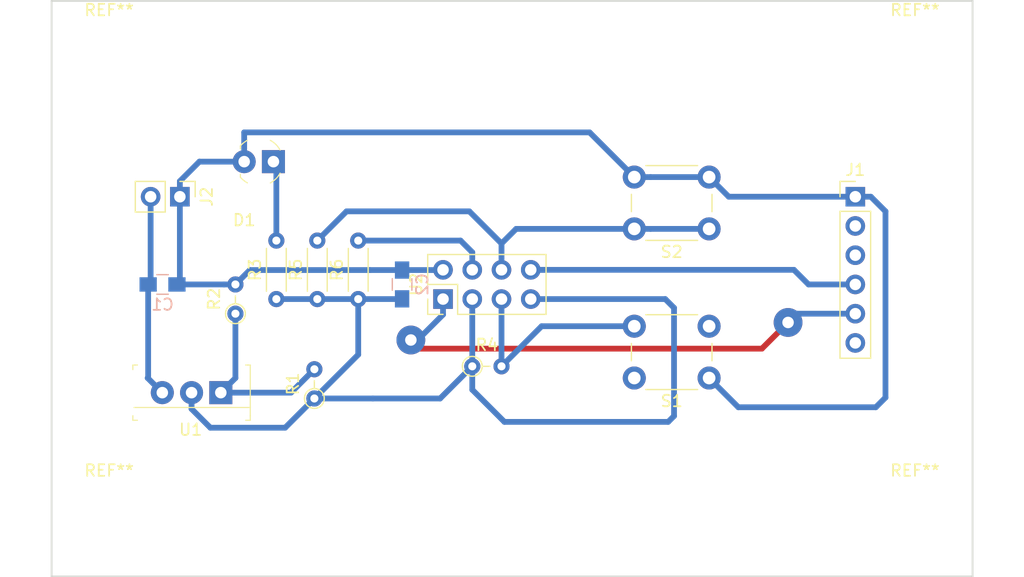
<source format=kicad_pcb>
(kicad_pcb (version 20171130) (host pcbnew "(5.0.0)")

  (general
    (thickness 1.6)
    (drawings 4)
    (tracks 83)
    (zones 0)
    (modules 19)
    (nets 11)
  )

  (page A4)
  (layers
    (0 F.Cu signal)
    (31 B.Cu signal)
    (32 B.Adhes user)
    (33 F.Adhes user)
    (34 B.Paste user)
    (35 F.Paste user)
    (36 B.SilkS user)
    (37 F.SilkS user)
    (38 B.Mask user)
    (39 F.Mask user)
    (40 Dwgs.User user)
    (41 Cmts.User user)
    (42 Eco1.User user)
    (43 Eco2.User user)
    (44 Edge.Cuts user)
    (45 Margin user)
    (46 B.CrtYd user)
    (47 F.CrtYd user)
    (48 B.Fab user)
    (49 F.Fab user)
  )

  (setup
    (last_trace_width 0.5)
    (trace_clearance 0.2)
    (zone_clearance 0.508)
    (zone_45_only no)
    (trace_min 0.2)
    (segment_width 0.2)
    (edge_width 0.15)
    (via_size 2.5)
    (via_drill 1)
    (via_min_size 0.4)
    (via_min_drill 0.3)
    (uvia_size 0.3)
    (uvia_drill 0.1)
    (uvias_allowed no)
    (uvia_min_size 0.2)
    (uvia_min_drill 0.1)
    (pcb_text_width 0.3)
    (pcb_text_size 1.5 1.5)
    (mod_edge_width 0.15)
    (mod_text_size 1 1)
    (mod_text_width 0.15)
    (pad_size 1.524 1.524)
    (pad_drill 0.762)
    (pad_to_mask_clearance 0.2)
    (aux_axis_origin 0 0)
    (grid_origin 189 145)
    (visible_elements 7FFFFFFF)
    (pcbplotparams
      (layerselection 0x010fc_ffffffff)
      (usegerberextensions false)
      (usegerberattributes false)
      (usegerberadvancedattributes false)
      (creategerberjobfile false)
      (excludeedgelayer true)
      (linewidth 0.100000)
      (plotframeref false)
      (viasonmask false)
      (mode 1)
      (useauxorigin false)
      (hpglpennumber 1)
      (hpglpenspeed 20)
      (hpglpendiameter 15.000000)
      (psnegative false)
      (psa4output false)
      (plotreference true)
      (plotvalue true)
      (plotinvisibletext false)
      (padsonsilk false)
      (subtractmaskfromsilk false)
      (outputformat 3)
      (mirror false)
      (drillshape 0)
      (scaleselection 1)
      (outputdirectory "C:/Users/andfro/Desktop/"))
  )

  (net 0 "")
  (net 1 VCC)
  (net 2 GND)
  (net 3 +3V3)
  (net 4 "Net-(D1-Pad1)")
  (net 5 /FTDI_RX)
  (net 6 /FTDI_TX)
  (net 7 "Net-(R1-Pad2)")
  (net 8 "Net-(R4-Pad2)")
  (net 9 "Net-(R5-Pad2)")
  (net 10 "Net-(R6-Pad2)")

  (net_class Default "This is the default net class."
    (clearance 0.2)
    (trace_width 0.5)
    (via_dia 2.5)
    (via_drill 1)
    (uvia_dia 0.3)
    (uvia_drill 0.1)
    (add_net +3V3)
    (add_net /FTDI_RX)
    (add_net /FTDI_TX)
    (add_net GND)
    (add_net "Net-(D1-Pad1)")
    (add_net "Net-(R1-Pad2)")
    (add_net "Net-(R4-Pad2)")
    (add_net "Net-(R5-Pad2)")
    (add_net "Net-(R6-Pad2)")
    (add_net VCC)
  )

  (module Mounting_Holes:MountingHole_3.2mm_M3 (layer F.Cu) (tedit 56D1B4CB) (tstamp 5BB22175)
    (at 184 140)
    (descr "Mounting Hole 3.2mm, no annular, M3")
    (tags "mounting hole 3.2mm no annular m3")
    (attr virtual)
    (fp_text reference REF** (at 0 -4.2) (layer F.SilkS)
      (effects (font (size 1 1) (thickness 0.15)))
    )
    (fp_text value MountingHole_3.2mm_M3 (at 0 4.2) (layer F.Fab)
      (effects (font (size 1 1) (thickness 0.15)))
    )
    (fp_circle (center 0 0) (end 3.45 0) (layer F.CrtYd) (width 0.05))
    (fp_circle (center 0 0) (end 3.2 0) (layer Cmts.User) (width 0.15))
    (fp_text user %R (at 0.3 0) (layer F.Fab)
      (effects (font (size 1 1) (thickness 0.15)))
    )
    (pad 1 np_thru_hole circle (at 0 0) (size 3.2 3.2) (drill 3.2) (layers *.Cu *.Mask))
  )

  (module Mounting_Holes:MountingHole_3.2mm_M3 (layer F.Cu) (tedit 56D1B4CB) (tstamp 5BB22167)
    (at 114 140)
    (descr "Mounting Hole 3.2mm, no annular, M3")
    (tags "mounting hole 3.2mm no annular m3")
    (attr virtual)
    (fp_text reference REF** (at 0 -4.2) (layer F.SilkS)
      (effects (font (size 1 1) (thickness 0.15)))
    )
    (fp_text value MountingHole_3.2mm_M3 (at 0 4.2) (layer F.Fab)
      (effects (font (size 1 1) (thickness 0.15)))
    )
    (fp_text user %R (at 0.3 0) (layer F.Fab)
      (effects (font (size 1 1) (thickness 0.15)))
    )
    (fp_circle (center 0 0) (end 3.2 0) (layer Cmts.User) (width 0.15))
    (fp_circle (center 0 0) (end 3.45 0) (layer F.CrtYd) (width 0.05))
    (pad 1 np_thru_hole circle (at 0 0) (size 3.2 3.2) (drill 3.2) (layers *.Cu *.Mask))
  )

  (module Mounting_Holes:MountingHole_3.2mm_M3 (layer F.Cu) (tedit 56D1B4CB) (tstamp 5BB22159)
    (at 114 100)
    (descr "Mounting Hole 3.2mm, no annular, M3")
    (tags "mounting hole 3.2mm no annular m3")
    (attr virtual)
    (fp_text reference REF** (at 0 -4.2) (layer F.SilkS)
      (effects (font (size 1 1) (thickness 0.15)))
    )
    (fp_text value MountingHole_3.2mm_M3 (at 0 4.2) (layer F.Fab)
      (effects (font (size 1 1) (thickness 0.15)))
    )
    (fp_circle (center 0 0) (end 3.45 0) (layer F.CrtYd) (width 0.05))
    (fp_circle (center 0 0) (end 3.2 0) (layer Cmts.User) (width 0.15))
    (fp_text user %R (at 0.3 0) (layer F.Fab)
      (effects (font (size 1 1) (thickness 0.15)))
    )
    (pad 1 np_thru_hole circle (at 0 0) (size 3.2 3.2) (drill 3.2) (layers *.Cu *.Mask))
  )

  (module Resistors_THT:R_Axial_DIN0204_L3.6mm_D1.6mm_P5.08mm_Horizontal (layer F.Cu) (tedit 5874F706) (tstamp 5BB165E6)
    (at 132.08 120.904 90)
    (descr "Resistor, Axial_DIN0204 series, Axial, Horizontal, pin pitch=5.08mm, 0.16666666666666666W = 1/6W, length*diameter=3.6*1.6mm^2, http://cdn-reichelt.de/documents/datenblatt/B400/1_4W%23YAG.pdf")
    (tags "Resistor Axial_DIN0204 series Axial Horizontal pin pitch 5.08mm 0.16666666666666666W = 1/6W length 3.6mm diameter 1.6mm")
    (path /5BAFA21B)
    (fp_text reference R5 (at 2.54 -1.86 90) (layer F.SilkS)
      (effects (font (size 1 1) (thickness 0.15)))
    )
    (fp_text value 10k (at 2.54 1.86 90) (layer F.Fab)
      (effects (font (size 1 1) (thickness 0.15)))
    )
    (fp_line (start 6.05 -1.15) (end -0.95 -1.15) (layer F.CrtYd) (width 0.05))
    (fp_line (start 6.05 1.15) (end 6.05 -1.15) (layer F.CrtYd) (width 0.05))
    (fp_line (start -0.95 1.15) (end 6.05 1.15) (layer F.CrtYd) (width 0.05))
    (fp_line (start -0.95 -1.15) (end -0.95 1.15) (layer F.CrtYd) (width 0.05))
    (fp_line (start 0.68 0.86) (end 4.4 0.86) (layer F.SilkS) (width 0.12))
    (fp_line (start 0.68 -0.86) (end 4.4 -0.86) (layer F.SilkS) (width 0.12))
    (fp_line (start 5.08 0) (end 4.34 0) (layer F.Fab) (width 0.1))
    (fp_line (start 0 0) (end 0.74 0) (layer F.Fab) (width 0.1))
    (fp_line (start 4.34 -0.8) (end 0.74 -0.8) (layer F.Fab) (width 0.1))
    (fp_line (start 4.34 0.8) (end 4.34 -0.8) (layer F.Fab) (width 0.1))
    (fp_line (start 0.74 0.8) (end 4.34 0.8) (layer F.Fab) (width 0.1))
    (fp_line (start 0.74 -0.8) (end 0.74 0.8) (layer F.Fab) (width 0.1))
    (pad 2 thru_hole oval (at 5.08 0 90) (size 1.4 1.4) (drill 0.7) (layers *.Cu *.Mask)
      (net 9 "Net-(R5-Pad2)"))
    (pad 1 thru_hole circle (at 0 0 90) (size 1.4 1.4) (drill 0.7) (layers *.Cu *.Mask)
      (net 3 +3V3))
    (model ${KISYS3DMOD}/Resistor_THT.3dshapes/R_Axial_DIN0204_L3.6mm_D1.6mm_P5.08mm_Horizontal.step
      (at (xyz 0 0 0))
      (scale (xyz 1 1 1))
      (rotate (xyz 0 0 0))
    )
  )

  (module Resistors_THT:R_Axial_DIN0204_L3.6mm_D1.6mm_P5.08mm_Horizontal (layer F.Cu) (tedit 5874F706) (tstamp 5BB19FAE)
    (at 135.636 120.904 90)
    (descr "Resistor, Axial_DIN0204 series, Axial, Horizontal, pin pitch=5.08mm, 0.16666666666666666W = 1/6W, length*diameter=3.6*1.6mm^2, http://cdn-reichelt.de/documents/datenblatt/B400/1_4W%23YAG.pdf")
    (tags "Resistor Axial_DIN0204 series Axial Horizontal pin pitch 5.08mm 0.16666666666666666W = 1/6W length 3.6mm diameter 1.6mm")
    (path /5BAFA1EB)
    (fp_text reference R6 (at 2.54 -1.86 90) (layer F.SilkS)
      (effects (font (size 1 1) (thickness 0.15)))
    )
    (fp_text value 10k (at 2.54 1.86 90) (layer F.Fab)
      (effects (font (size 1 1) (thickness 0.15)))
    )
    (fp_line (start 6.05 -1.15) (end -0.95 -1.15) (layer F.CrtYd) (width 0.05))
    (fp_line (start 6.05 1.15) (end 6.05 -1.15) (layer F.CrtYd) (width 0.05))
    (fp_line (start -0.95 1.15) (end 6.05 1.15) (layer F.CrtYd) (width 0.05))
    (fp_line (start -0.95 -1.15) (end -0.95 1.15) (layer F.CrtYd) (width 0.05))
    (fp_line (start 0.68 0.86) (end 4.4 0.86) (layer F.SilkS) (width 0.12))
    (fp_line (start 0.68 -0.86) (end 4.4 -0.86) (layer F.SilkS) (width 0.12))
    (fp_line (start 5.08 0) (end 4.34 0) (layer F.Fab) (width 0.1))
    (fp_line (start 0 0) (end 0.74 0) (layer F.Fab) (width 0.1))
    (fp_line (start 4.34 -0.8) (end 0.74 -0.8) (layer F.Fab) (width 0.1))
    (fp_line (start 4.34 0.8) (end 4.34 -0.8) (layer F.Fab) (width 0.1))
    (fp_line (start 0.74 0.8) (end 4.34 0.8) (layer F.Fab) (width 0.1))
    (fp_line (start 0.74 -0.8) (end 0.74 0.8) (layer F.Fab) (width 0.1))
    (pad 2 thru_hole oval (at 5.08 0 90) (size 1.4 1.4) (drill 0.7) (layers *.Cu *.Mask)
      (net 10 "Net-(R6-Pad2)"))
    (pad 1 thru_hole circle (at 0 0 90) (size 1.4 1.4) (drill 0.7) (layers *.Cu *.Mask)
      (net 3 +3V3))
    (model ${KISYS3DMOD}/Resistor_THT.3dshapes/R_Axial_DIN0204_L3.6mm_D1.6mm_P5.08mm_Horizontal.step
      (at (xyz 0 0 0))
      (scale (xyz 1 1 1))
      (rotate (xyz 0 0 0))
    )
  )

  (module Pin_Headers:Pin_Header_Straight_2x04_Pitch2.54mm (layer F.Cu) (tedit 59650532) (tstamp 5BB0F05C)
    (at 143.002 120.904 90)
    (descr "Through hole straight pin header, 2x04, 2.54mm pitch, double rows")
    (tags "Through hole pin header THT 2x04 2.54mm double row")
    (path /5BAF9F9A)
    (fp_text reference U2 (at 1.27 -2.33 90) (layer F.SilkS)
      (effects (font (size 1 1) (thickness 0.15)))
    )
    (fp_text value ESP-01v090 (at 1.27 9.95 90) (layer F.Fab)
      (effects (font (size 1 1) (thickness 0.15)))
    )
    (fp_text user %R (at 0.171928 0.508 180) (layer F.Fab)
      (effects (font (size 1 1) (thickness 0.15)))
    )
    (fp_line (start 4.35 -1.8) (end -1.8 -1.8) (layer F.CrtYd) (width 0.05))
    (fp_line (start 4.35 9.4) (end 4.35 -1.8) (layer F.CrtYd) (width 0.05))
    (fp_line (start -1.8 9.4) (end 4.35 9.4) (layer F.CrtYd) (width 0.05))
    (fp_line (start -1.8 -1.8) (end -1.8 9.4) (layer F.CrtYd) (width 0.05))
    (fp_line (start -1.33 -1.33) (end 0 -1.33) (layer F.SilkS) (width 0.12))
    (fp_line (start -1.33 0) (end -1.33 -1.33) (layer F.SilkS) (width 0.12))
    (fp_line (start 1.27 -1.33) (end 3.87 -1.33) (layer F.SilkS) (width 0.12))
    (fp_line (start 1.27 1.27) (end 1.27 -1.33) (layer F.SilkS) (width 0.12))
    (fp_line (start -1.33 1.27) (end 1.27 1.27) (layer F.SilkS) (width 0.12))
    (fp_line (start 3.87 -1.33) (end 3.87 8.95) (layer F.SilkS) (width 0.12))
    (fp_line (start -1.33 1.27) (end -1.33 8.95) (layer F.SilkS) (width 0.12))
    (fp_line (start -1.33 8.95) (end 3.87 8.95) (layer F.SilkS) (width 0.12))
    (fp_line (start -1.27 0) (end 0 -1.27) (layer F.Fab) (width 0.1))
    (fp_line (start -1.27 8.89) (end -1.27 0) (layer F.Fab) (width 0.1))
    (fp_line (start 3.81 8.89) (end -1.27 8.89) (layer F.Fab) (width 0.1))
    (fp_line (start 3.81 -1.27) (end 3.81 8.89) (layer F.Fab) (width 0.1))
    (fp_line (start 0 -1.27) (end 3.81 -1.27) (layer F.Fab) (width 0.1))
    (pad 8 thru_hole oval (at 2.54 7.62 90) (size 1.7 1.7) (drill 1) (layers *.Cu *.Mask)
      (net 6 /FTDI_TX))
    (pad 7 thru_hole oval (at 0 7.62 90) (size 1.7 1.7) (drill 1) (layers *.Cu *.Mask)
      (net 3 +3V3))
    (pad 6 thru_hole oval (at 2.54 5.08 90) (size 1.7 1.7) (drill 1) (layers *.Cu *.Mask)
      (net 9 "Net-(R5-Pad2)"))
    (pad 5 thru_hole oval (at 0 5.08 90) (size 1.7 1.7) (drill 1) (layers *.Cu *.Mask)
      (net 8 "Net-(R4-Pad2)"))
    (pad 4 thru_hole oval (at 2.54 2.54 90) (size 1.7 1.7) (drill 1) (layers *.Cu *.Mask)
      (net 10 "Net-(R6-Pad2)"))
    (pad 3 thru_hole oval (at 0 2.54 90) (size 1.7 1.7) (drill 1) (layers *.Cu *.Mask)
      (net 3 +3V3))
    (pad 2 thru_hole oval (at 2.54 0 90) (size 1.7 1.7) (drill 1) (layers *.Cu *.Mask)
      (net 2 GND))
    (pad 1 thru_hole rect (at 0 0 90) (size 1.7 1.7) (drill 1) (layers *.Cu *.Mask)
      (net 5 /FTDI_RX))
    (model ${KISYS3DMOD}/Connector_PinSocket_2.54mm.3dshapes/PinSocket_2x04_P2.54mm_Vertical.step
      (offset (xyz 2.5 0 0))
      (scale (xyz 1 1 1))
      (rotate (xyz 0 0 0))
    )
  )

  (module Capacitors_SMD:C_0805_HandSoldering (layer B.Cu) (tedit 58AA84A8) (tstamp 5BAFE647)
    (at 118.638 119.634)
    (descr "Capacitor SMD 0805, hand soldering")
    (tags "capacitor 0805")
    (path /5BAFC656)
    (attr smd)
    (fp_text reference C1 (at 0 1.75) (layer B.SilkS)
      (effects (font (size 1 1) (thickness 0.15)) (justify mirror))
    )
    (fp_text value "0.1 uF" (at 0 -1.75) (layer B.Fab)
      (effects (font (size 1 1) (thickness 0.15)) (justify mirror))
    )
    (fp_text user %R (at 0 1.75) (layer B.Fab)
      (effects (font (size 1 1) (thickness 0.15)) (justify mirror))
    )
    (fp_line (start -1 -0.62) (end -1 0.62) (layer B.Fab) (width 0.1))
    (fp_line (start 1 -0.62) (end -1 -0.62) (layer B.Fab) (width 0.1))
    (fp_line (start 1 0.62) (end 1 -0.62) (layer B.Fab) (width 0.1))
    (fp_line (start -1 0.62) (end 1 0.62) (layer B.Fab) (width 0.1))
    (fp_line (start 0.5 0.85) (end -0.5 0.85) (layer B.SilkS) (width 0.12))
    (fp_line (start -0.5 -0.85) (end 0.5 -0.85) (layer B.SilkS) (width 0.12))
    (fp_line (start -2.25 0.88) (end 2.25 0.88) (layer B.CrtYd) (width 0.05))
    (fp_line (start -2.25 0.88) (end -2.25 -0.87) (layer B.CrtYd) (width 0.05))
    (fp_line (start 2.25 -0.87) (end 2.25 0.88) (layer B.CrtYd) (width 0.05))
    (fp_line (start 2.25 -0.87) (end -2.25 -0.87) (layer B.CrtYd) (width 0.05))
    (pad 1 smd rect (at -1.25 0) (size 1.5 1.25) (layers B.Cu B.Paste B.Mask)
      (net 1 VCC))
    (pad 2 smd rect (at 1.25 0) (size 1.5 1.25) (layers B.Cu B.Paste B.Mask)
      (net 2 GND))
    (model ${KISYS3DMOD}/Capacitor_SMD.3dshapes/C_0805_2012Metric.step
      (at (xyz 0 0 0))
      (scale (xyz 1 1 1))
      (rotate (xyz 0 0 0))
    )
  )

  (module Capacitors_SMD:C_0805_HandSoldering (layer B.Cu) (tedit 58AA84A8) (tstamp 5BAFE658)
    (at 139.446 119.634 90)
    (descr "Capacitor SMD 0805, hand soldering")
    (tags "capacitor 0805")
    (path /5BAFA087)
    (attr smd)
    (fp_text reference C2 (at 0 1.75 90) (layer B.SilkS)
      (effects (font (size 1 1) (thickness 0.15)) (justify mirror))
    )
    (fp_text value 220uF (at 0 -1.75 90) (layer B.Fab)
      (effects (font (size 1 1) (thickness 0.15)) (justify mirror))
    )
    (fp_line (start 2.25 -0.87) (end -2.25 -0.87) (layer B.CrtYd) (width 0.05))
    (fp_line (start 2.25 -0.87) (end 2.25 0.88) (layer B.CrtYd) (width 0.05))
    (fp_line (start -2.25 0.88) (end -2.25 -0.87) (layer B.CrtYd) (width 0.05))
    (fp_line (start -2.25 0.88) (end 2.25 0.88) (layer B.CrtYd) (width 0.05))
    (fp_line (start -0.5 -0.85) (end 0.5 -0.85) (layer B.SilkS) (width 0.12))
    (fp_line (start 0.5 0.85) (end -0.5 0.85) (layer B.SilkS) (width 0.12))
    (fp_line (start -1 0.62) (end 1 0.62) (layer B.Fab) (width 0.1))
    (fp_line (start 1 0.62) (end 1 -0.62) (layer B.Fab) (width 0.1))
    (fp_line (start 1 -0.62) (end -1 -0.62) (layer B.Fab) (width 0.1))
    (fp_line (start -1 -0.62) (end -1 0.62) (layer B.Fab) (width 0.1))
    (fp_text user %R (at 0 1.75 90) (layer B.Fab)
      (effects (font (size 1 1) (thickness 0.15)) (justify mirror))
    )
    (pad 2 smd rect (at 1.25 0 90) (size 1.5 1.25) (layers B.Cu B.Paste B.Mask)
      (net 2 GND))
    (pad 1 smd rect (at -1.25 0 90) (size 1.5 1.25) (layers B.Cu B.Paste B.Mask)
      (net 3 +3V3))
    (model ${KISYS3DMOD}/Capacitor_SMD.3dshapes/C_0805_2012Metric.step
      (at (xyz 0 0 0))
      (scale (xyz 1 1 1))
      (rotate (xyz 0 0 0))
    )
  )

  (module digikey-footprints:LED_3mm_Radial (layer F.Cu) (tedit 5B1990B7) (tstamp 5BB0F3DC)
    (at 125.73 108.966 180)
    (descr http://optoelectronics.liteon.com/upload/download/DS20-2000-343/1CHKxKNN.pdf)
    (path /5BAFA861)
    (fp_text reference D1 (at 0 -5.08 180) (layer F.SilkS)
      (effects (font (size 1 1) (thickness 0.15)))
    )
    (fp_text value 151033RS03000 (at 0 5.08 180) (layer F.Fab)
      (effects (font (size 1 1) (thickness 0.15)))
    )
    (fp_circle (center -1.27 0) (end 1.38 0) (layer F.CrtYd) (width 0.05))
    (fp_line (start 0.33 -1.35) (end 0.33 -1.1) (layer F.SilkS) (width 0.1))
    (fp_line (start 0.33 1.35) (end 0.33 1.1) (layer F.SilkS) (width 0.1))
    (fp_arc (start -1.27 0) (end -3.12 1) (angle -33.21396116) (layer F.SilkS) (width 0.1))
    (fp_arc (start -1.27 0) (end -2.27 -1.85) (angle -33.21396116) (layer F.SilkS) (width 0.1))
    (fp_arc (start -1.27 0) (end -0.27 1.85) (angle -21.45098095) (layer F.SilkS) (width 0.1))
    (fp_arc (start -1.27 0) (end 0.33 -1.35) (angle -21.45098095) (layer F.SilkS) (width 0.1))
    (fp_line (start 0.23 -1.3) (end 0.23 1.3) (layer F.Fab) (width 0.1))
    (fp_arc (start -1.27 0) (end 0.23 -1.3) (angle -278.1712365) (layer F.Fab) (width 0.1))
    (fp_text user %R (at -1.27 0 180) (layer F.Fab)
      (effects (font (size 0.75 0.75) (thickness 0.1)))
    )
    (pad 2 thru_hole circle (at 0 0 180) (size 2 2) (drill 1) (layers *.Cu *.Mask)
      (net 2 GND))
    (pad 1 thru_hole rect (at -2.54 0 180) (size 2 2) (drill 1) (layers *.Cu *.Mask)
      (net 4 "Net-(D1-Pad1)"))
    (model ${KISYS3DMOD}/LED_THT.3dshapes/LED_D3.0mm.step
      (at (xyz 0 0 0))
      (scale (xyz 1 1 1))
      (rotate (xyz 0 0 180))
    )
  )

  (module Resistors_THT:R_Axial_DIN0204_L3.6mm_D1.6mm_P2.54mm_Vertical (layer F.Cu) (tedit 5874F706) (tstamp 5BAFE68E)
    (at 131.826 129.54 90)
    (descr "Resistor, Axial_DIN0204 series, Axial, Vertical, pin pitch=2.54mm, 0.16666666666666666W = 1/6W, length*diameter=3.6*1.6mm^2, http://cdn-reichelt.de/documents/datenblatt/B400/1_4W%23YAG.pdf")
    (tags "Resistor Axial_DIN0204 series Axial Vertical pin pitch 2.54mm 0.16666666666666666W = 1/6W length 3.6mm diameter 1.6mm")
    (path /5BAFB5A6)
    (fp_text reference R1 (at 1.27 -1.86 90) (layer F.SilkS)
      (effects (font (size 1 1) (thickness 0.15)))
    )
    (fp_text value 240 (at 1.27 1.86 90) (layer F.Fab)
      (effects (font (size 1 1) (thickness 0.15)))
    )
    (fp_line (start 3.55 -1.15) (end -1.15 -1.15) (layer F.CrtYd) (width 0.05))
    (fp_line (start 3.55 1.15) (end 3.55 -1.15) (layer F.CrtYd) (width 0.05))
    (fp_line (start -1.15 1.15) (end 3.55 1.15) (layer F.CrtYd) (width 0.05))
    (fp_line (start -1.15 -1.15) (end -1.15 1.15) (layer F.CrtYd) (width 0.05))
    (fp_line (start 0.86 0) (end 1.54 0) (layer F.SilkS) (width 0.12))
    (fp_line (start 0 0) (end 2.54 0) (layer F.Fab) (width 0.1))
    (fp_circle (center 0 0) (end 0.86 0) (layer F.SilkS) (width 0.12))
    (fp_circle (center 0 0) (end 0.8 0) (layer F.Fab) (width 0.1))
    (pad 2 thru_hole oval (at 2.54 0 90) (size 1.4 1.4) (drill 0.7) (layers *.Cu *.Mask)
      (net 7 "Net-(R1-Pad2)"))
    (pad 1 thru_hole circle (at 0 0 90) (size 1.4 1.4) (drill 0.7) (layers *.Cu *.Mask)
      (net 3 +3V3))
    (model ${KISYS3DMOD}/Resistor_THT.3dshapes/R_Axial_DIN0204_L3.6mm_D1.6mm_P2.54mm_Vertical.step
      (at (xyz 0 0 0))
      (scale (xyz 1 1 1))
      (rotate (xyz 0 0 0))
    )
  )

  (module Resistors_THT:R_Axial_DIN0204_L3.6mm_D1.6mm_P2.54mm_Vertical (layer F.Cu) (tedit 5874F706) (tstamp 5BB0E9D5)
    (at 124.968 122.174 90)
    (descr "Resistor, Axial_DIN0204 series, Axial, Vertical, pin pitch=2.54mm, 0.16666666666666666W = 1/6W, length*diameter=3.6*1.6mm^2, http://cdn-reichelt.de/documents/datenblatt/B400/1_4W%23YAG.pdf")
    (tags "Resistor Axial_DIN0204 series Axial Vertical pin pitch 2.54mm 0.16666666666666666W = 1/6W length 3.6mm diameter 1.6mm")
    (path /5BAFB646)
    (fp_text reference R2 (at 1.27 -1.86 90) (layer F.SilkS)
      (effects (font (size 1 1) (thickness 0.15)))
    )
    (fp_text value 400 (at 1.27 1.86 90) (layer F.Fab)
      (effects (font (size 1 1) (thickness 0.15)))
    )
    (fp_circle (center 0 0) (end 0.8 0) (layer F.Fab) (width 0.1))
    (fp_circle (center 0 0) (end 0.86 0) (layer F.SilkS) (width 0.12))
    (fp_line (start 0 0) (end 2.54 0) (layer F.Fab) (width 0.1))
    (fp_line (start 0.86 0) (end 1.54 0) (layer F.SilkS) (width 0.12))
    (fp_line (start -1.15 -1.15) (end -1.15 1.15) (layer F.CrtYd) (width 0.05))
    (fp_line (start -1.15 1.15) (end 3.55 1.15) (layer F.CrtYd) (width 0.05))
    (fp_line (start 3.55 1.15) (end 3.55 -1.15) (layer F.CrtYd) (width 0.05))
    (fp_line (start 3.55 -1.15) (end -1.15 -1.15) (layer F.CrtYd) (width 0.05))
    (pad 1 thru_hole circle (at 0 0 90) (size 1.4 1.4) (drill 0.7) (layers *.Cu *.Mask)
      (net 7 "Net-(R1-Pad2)"))
    (pad 2 thru_hole oval (at 2.54 0 90) (size 1.4 1.4) (drill 0.7) (layers *.Cu *.Mask)
      (net 2 GND))
    (model ${KISYS3DMOD}/Resistor_THT.3dshapes/R_Axial_DIN0204_L3.6mm_D1.6mm_P2.54mm_Vertical.step
      (at (xyz 0 0 0))
      (scale (xyz 1 1 1))
      (rotate (xyz 0 0 0))
    )
  )

  (module Resistors_THT:R_Axial_DIN0204_L3.6mm_D1.6mm_P2.54mm_Vertical (layer F.Cu) (tedit 5874F706) (tstamp 5BAFE6B8)
    (at 145.542 126.746)
    (descr "Resistor, Axial_DIN0204 series, Axial, Vertical, pin pitch=2.54mm, 0.16666666666666666W = 1/6W, length*diameter=3.6*1.6mm^2, http://cdn-reichelt.de/documents/datenblatt/B400/1_4W%23YAG.pdf")
    (tags "Resistor Axial_DIN0204 series Axial Vertical pin pitch 2.54mm 0.16666666666666666W = 1/6W length 3.6mm diameter 1.6mm")
    (path /5BAFA12F)
    (fp_text reference R4 (at 1.27 -1.86) (layer F.SilkS)
      (effects (font (size 1 1) (thickness 0.15)))
    )
    (fp_text value 10k (at 1.27 1.86) (layer F.Fab)
      (effects (font (size 1 1) (thickness 0.15)))
    )
    (fp_line (start 3.55 -1.15) (end -1.15 -1.15) (layer F.CrtYd) (width 0.05))
    (fp_line (start 3.55 1.15) (end 3.55 -1.15) (layer F.CrtYd) (width 0.05))
    (fp_line (start -1.15 1.15) (end 3.55 1.15) (layer F.CrtYd) (width 0.05))
    (fp_line (start -1.15 -1.15) (end -1.15 1.15) (layer F.CrtYd) (width 0.05))
    (fp_line (start 0.86 0) (end 1.54 0) (layer F.SilkS) (width 0.12))
    (fp_line (start 0 0) (end 2.54 0) (layer F.Fab) (width 0.1))
    (fp_circle (center 0 0) (end 0.86 0) (layer F.SilkS) (width 0.12))
    (fp_circle (center 0 0) (end 0.8 0) (layer F.Fab) (width 0.1))
    (pad 2 thru_hole oval (at 2.54 0) (size 1.4 1.4) (drill 0.7) (layers *.Cu *.Mask)
      (net 8 "Net-(R4-Pad2)"))
    (pad 1 thru_hole circle (at 0 0) (size 1.4 1.4) (drill 0.7) (layers *.Cu *.Mask)
      (net 3 +3V3))
    (model ${KISYS3DMOD}/Resistors_THT.3dshapes/R_Axial_DIN0204_L3.6mm_D1.6mm_P2.54mm_Vertical.wrl
      (at (xyz 0 0 0))
      (scale (xyz 0.393701 0.393701 0.393701))
      (rotate (xyz 0 0 0))
    )
    (model ${KISYS3DMOD}/Resistor_THT.3dshapes/R_Axial_DIN0204_L3.6mm_D1.6mm_P2.54mm_Vertical.step
      (at (xyz 0 0 0))
      (scale (xyz 1 1 1))
      (rotate (xyz 0 0 0))
    )
  )

  (module digikey-footprints:TO-220-3 (layer F.Cu) (tedit 5AFA02CB) (tstamp 5BAFE71C)
    (at 123.698 129.032 180)
    (descr http://www.st.com/content/ccc/resource/technical/document/datasheet/f9/ed/f5/44/26/b9/43/a4/CD00000911.pdf/files/CD00000911.pdf/jcr:content/translations/en.CD00000911.pdf)
    (path /5BAF9CEE)
    (fp_text reference U1 (at 2.62 -3.22 180) (layer F.SilkS)
      (effects (font (size 1 1) (thickness 0.15)))
    )
    (fp_text value LM317T (at 2.27 3.63 180) (layer F.Fab)
      (effects (font (size 1 1) (thickness 0.15)))
    )
    (fp_line (start -2.56 -1.29) (end 7.54 -1.29) (layer F.SilkS) (width 0.1))
    (fp_line (start -2.45 -1.3) (end 7.54 -1.3) (layer F.Fab) (width 0.1))
    (fp_line (start -2.71 2.5) (end 7.79 2.5) (layer F.CrtYd) (width 0.05))
    (fp_line (start -2.71 -2.5) (end 7.79 -2.5) (layer F.CrtYd) (width 0.05))
    (fp_line (start -2.71 -2.5) (end -2.71 2.5) (layer F.CrtYd) (width 0.05))
    (fp_line (start 7.79 -2.5) (end 7.79 2.5) (layer F.CrtYd) (width 0.05))
    (fp_line (start 7.64 2.4) (end 7.64 2) (layer F.SilkS) (width 0.1))
    (fp_line (start 7.64 2.4) (end 7.24 2.4) (layer F.SilkS) (width 0.1))
    (fp_line (start -2.56 2.4) (end -2.56 -2) (layer F.SilkS) (width 0.1))
    (fp_line (start -2.56 2.4) (end -2.16 2.4) (layer F.SilkS) (width 0.1))
    (fp_line (start -2.56 -2.4) (end -2.56 -2) (layer F.SilkS) (width 0.1))
    (fp_line (start -2.56 -2.4) (end -2.16 -2.4) (layer F.SilkS) (width 0.1))
    (fp_line (start 7.24 -2.4) (end 7.64 -2.4) (layer F.SilkS) (width 0.1))
    (fp_line (start 7.64 -2.4) (end 7.64 -2) (layer F.SilkS) (width 0.1))
    (fp_text user %R (at 2.52 -0.01 180) (layer F.Fab)
      (effects (font (size 1 1) (thickness 0.15)))
    )
    (fp_line (start 7.54 2.25) (end 7.54 -2.25) (layer F.Fab) (width 0.1))
    (fp_line (start -2.46 -2.25) (end -2.46 2.25) (layer F.Fab) (width 0.1))
    (fp_line (start -2.46 -2.25) (end 7.54 -2.25) (layer F.Fab) (width 0.1))
    (fp_line (start -2.46 2.25) (end 7.54 2.25) (layer F.Fab) (width 0.1))
    (pad 1 thru_hole rect (at 0 0 180) (size 2 2) (drill 1) (layers *.Cu *.Mask)
      (net 7 "Net-(R1-Pad2)"))
    (pad 2 thru_hole circle (at 2.54 0 180) (size 2 2) (drill 1) (layers *.Cu *.Mask)
      (net 3 +3V3))
    (pad 3 thru_hole circle (at 5.08 0 180) (size 2 2) (drill 1) (layers *.Cu *.Mask)
      (net 1 VCC))
    (model ${KISYS3DMOD}/Package_TO_SOT_THT.3dshapes/TO-218-3_Vertical.step
      (at (xyz 0 0 0))
      (scale (xyz 0.5 0.5 0.5))
      (rotate (xyz 0 0 0))
    )
  )

  (module Pin_Headers:Pin_Header_Straight_1x06_Pitch2.54mm (layer F.Cu) (tedit 59650532) (tstamp 5BB02303)
    (at 178.816 112.014)
    (descr "Through hole straight pin header, 1x06, 2.54mm pitch, single row")
    (tags "Through hole pin header THT 1x06 2.54mm single row")
    (path /5BB0DCAB)
    (fp_text reference J1 (at 0 -2.33) (layer F.SilkS)
      (effects (font (size 1 1) (thickness 0.15)))
    )
    (fp_text value Conn_01x06_Female (at 0 15.03) (layer F.Fab)
      (effects (font (size 1 1) (thickness 0.15)))
    )
    (fp_text user %R (at 0 6.35 90) (layer F.Fab)
      (effects (font (size 1 1) (thickness 0.15)))
    )
    (fp_line (start 1.8 -1.8) (end -1.8 -1.8) (layer F.CrtYd) (width 0.05))
    (fp_line (start 1.8 14.5) (end 1.8 -1.8) (layer F.CrtYd) (width 0.05))
    (fp_line (start -1.8 14.5) (end 1.8 14.5) (layer F.CrtYd) (width 0.05))
    (fp_line (start -1.8 -1.8) (end -1.8 14.5) (layer F.CrtYd) (width 0.05))
    (fp_line (start -1.33 -1.33) (end 0 -1.33) (layer F.SilkS) (width 0.12))
    (fp_line (start -1.33 0) (end -1.33 -1.33) (layer F.SilkS) (width 0.12))
    (fp_line (start -1.33 1.27) (end 1.33 1.27) (layer F.SilkS) (width 0.12))
    (fp_line (start 1.33 1.27) (end 1.33 14.03) (layer F.SilkS) (width 0.12))
    (fp_line (start -1.33 1.27) (end -1.33 14.03) (layer F.SilkS) (width 0.12))
    (fp_line (start -1.33 14.03) (end 1.33 14.03) (layer F.SilkS) (width 0.12))
    (fp_line (start -1.27 -0.635) (end -0.635 -1.27) (layer F.Fab) (width 0.1))
    (fp_line (start -1.27 13.97) (end -1.27 -0.635) (layer F.Fab) (width 0.1))
    (fp_line (start 1.27 13.97) (end -1.27 13.97) (layer F.Fab) (width 0.1))
    (fp_line (start 1.27 -1.27) (end 1.27 13.97) (layer F.Fab) (width 0.1))
    (fp_line (start -0.635 -1.27) (end 1.27 -1.27) (layer F.Fab) (width 0.1))
    (pad 6 thru_hole oval (at 0 12.7) (size 1.7 1.7) (drill 1) (layers *.Cu *.Mask))
    (pad 5 thru_hole oval (at 0 10.16) (size 1.7 1.7) (drill 1) (layers *.Cu *.Mask)
      (net 5 /FTDI_RX))
    (pad 4 thru_hole oval (at 0 7.62) (size 1.7 1.7) (drill 1) (layers *.Cu *.Mask)
      (net 6 /FTDI_TX))
    (pad 3 thru_hole oval (at 0 5.08) (size 1.7 1.7) (drill 1) (layers *.Cu *.Mask))
    (pad 2 thru_hole oval (at 0 2.54) (size 1.7 1.7) (drill 1) (layers *.Cu *.Mask))
    (pad 1 thru_hole rect (at 0 0) (size 1.7 1.7) (drill 1) (layers *.Cu *.Mask)
      (net 2 GND))
    (model ${KISYS3DMOD}/Connector_PinSocket_2.54mm.3dshapes/PinSocket_1x06_P2.54mm_Vertical.wrl
      (at (xyz 0 0 0))
      (scale (xyz 1 1 1))
      (rotate (xyz 0 0 0))
    )
  )

  (module Buttons_Switches_THT:SW_PUSH_6mm_h4.3mm (layer F.Cu) (tedit 5923F252) (tstamp 5BB1E429)
    (at 166.116 127.762 180)
    (descr "tactile push button, 6x6mm e.g. PHAP33xx series, height=4.3mm")
    (tags "tact sw push 6mm")
    (path /5BB07CFA)
    (fp_text reference S1 (at 3.25 -2 180) (layer F.SilkS)
      (effects (font (size 1 1) (thickness 0.15)))
    )
    (fp_text value GPTS203211B (at 3.75 6.7 180) (layer F.Fab)
      (effects (font (size 1 1) (thickness 0.15)))
    )
    (fp_text user %R (at 3.25 2.25 180) (layer F.Fab)
      (effects (font (size 1 1) (thickness 0.15)))
    )
    (fp_line (start 3.25 -0.75) (end 6.25 -0.75) (layer F.Fab) (width 0.1))
    (fp_line (start 6.25 -0.75) (end 6.25 5.25) (layer F.Fab) (width 0.1))
    (fp_line (start 6.25 5.25) (end 0.25 5.25) (layer F.Fab) (width 0.1))
    (fp_line (start 0.25 5.25) (end 0.25 -0.75) (layer F.Fab) (width 0.1))
    (fp_line (start 0.25 -0.75) (end 3.25 -0.75) (layer F.Fab) (width 0.1))
    (fp_line (start 7.75 6) (end 8 6) (layer F.CrtYd) (width 0.05))
    (fp_line (start 8 6) (end 8 5.75) (layer F.CrtYd) (width 0.05))
    (fp_line (start 7.75 -1.5) (end 8 -1.5) (layer F.CrtYd) (width 0.05))
    (fp_line (start 8 -1.5) (end 8 -1.25) (layer F.CrtYd) (width 0.05))
    (fp_line (start -1.5 -1.25) (end -1.5 -1.5) (layer F.CrtYd) (width 0.05))
    (fp_line (start -1.5 -1.5) (end -1.25 -1.5) (layer F.CrtYd) (width 0.05))
    (fp_line (start -1.5 5.75) (end -1.5 6) (layer F.CrtYd) (width 0.05))
    (fp_line (start -1.5 6) (end -1.25 6) (layer F.CrtYd) (width 0.05))
    (fp_line (start -1.25 -1.5) (end 7.75 -1.5) (layer F.CrtYd) (width 0.05))
    (fp_line (start -1.5 5.75) (end -1.5 -1.25) (layer F.CrtYd) (width 0.05))
    (fp_line (start 7.75 6) (end -1.25 6) (layer F.CrtYd) (width 0.05))
    (fp_line (start 8 -1.25) (end 8 5.75) (layer F.CrtYd) (width 0.05))
    (fp_line (start 1 5.5) (end 5.5 5.5) (layer F.SilkS) (width 0.12))
    (fp_line (start -0.25 1.5) (end -0.25 3) (layer F.SilkS) (width 0.12))
    (fp_line (start 5.5 -1) (end 1 -1) (layer F.SilkS) (width 0.12))
    (fp_line (start 6.75 3) (end 6.75 1.5) (layer F.SilkS) (width 0.12))
    (fp_circle (center 3.25 2.25) (end 1.25 2.5) (layer F.Fab) (width 0.1))
    (pad 2 thru_hole circle (at 0 4.5 270) (size 2 2) (drill 1.1) (layers *.Cu *.Mask)
      (net 8 "Net-(R4-Pad2)"))
    (pad 1 thru_hole circle (at 0 0 270) (size 2 2) (drill 1.1) (layers *.Cu *.Mask)
      (net 2 GND))
    (pad 2 thru_hole circle (at 6.5 4.5 270) (size 2 2) (drill 1.1) (layers *.Cu *.Mask)
      (net 8 "Net-(R4-Pad2)"))
    (pad 1 thru_hole circle (at 6.5 0 270) (size 2 2) (drill 1.1) (layers *.Cu *.Mask)
      (net 2 GND))
    (model ${KISYS3DMOD}/Button_Switch_THT.3dshapes/SW_PUSH_6mm_H4.3mm.step
      (at (xyz 0 0 0))
      (scale (xyz 1 1 1))
      (rotate (xyz 0 0 0))
    )
  )

  (module Buttons_Switches_THT:SW_PUSH_6mm_h4.3mm (layer F.Cu) (tedit 5923F252) (tstamp 5BB1E372)
    (at 166.116 114.808 180)
    (descr "tactile push button, 6x6mm e.g. PHAP33xx series, height=4.3mm")
    (tags "tact sw push 6mm")
    (path /5BB02D46)
    (fp_text reference S2 (at 3.25 -2 180) (layer F.SilkS)
      (effects (font (size 1 1) (thickness 0.15)))
    )
    (fp_text value GPTS203211B (at 3.75 6.7 180) (layer F.Fab)
      (effects (font (size 1 1) (thickness 0.15)))
    )
    (fp_circle (center 3.25 2.25) (end 1.25 2.5) (layer F.Fab) (width 0.1))
    (fp_line (start 6.75 3) (end 6.75 1.5) (layer F.SilkS) (width 0.12))
    (fp_line (start 5.5 -1) (end 1 -1) (layer F.SilkS) (width 0.12))
    (fp_line (start -0.25 1.5) (end -0.25 3) (layer F.SilkS) (width 0.12))
    (fp_line (start 1 5.5) (end 5.5 5.5) (layer F.SilkS) (width 0.12))
    (fp_line (start 8 -1.25) (end 8 5.75) (layer F.CrtYd) (width 0.05))
    (fp_line (start 7.75 6) (end -1.25 6) (layer F.CrtYd) (width 0.05))
    (fp_line (start -1.5 5.75) (end -1.5 -1.25) (layer F.CrtYd) (width 0.05))
    (fp_line (start -1.25 -1.5) (end 7.75 -1.5) (layer F.CrtYd) (width 0.05))
    (fp_line (start -1.5 6) (end -1.25 6) (layer F.CrtYd) (width 0.05))
    (fp_line (start -1.5 5.75) (end -1.5 6) (layer F.CrtYd) (width 0.05))
    (fp_line (start -1.5 -1.5) (end -1.25 -1.5) (layer F.CrtYd) (width 0.05))
    (fp_line (start -1.5 -1.25) (end -1.5 -1.5) (layer F.CrtYd) (width 0.05))
    (fp_line (start 8 -1.5) (end 8 -1.25) (layer F.CrtYd) (width 0.05))
    (fp_line (start 7.75 -1.5) (end 8 -1.5) (layer F.CrtYd) (width 0.05))
    (fp_line (start 8 6) (end 8 5.75) (layer F.CrtYd) (width 0.05))
    (fp_line (start 7.75 6) (end 8 6) (layer F.CrtYd) (width 0.05))
    (fp_line (start 0.25 -0.75) (end 3.25 -0.75) (layer F.Fab) (width 0.1))
    (fp_line (start 0.25 5.25) (end 0.25 -0.75) (layer F.Fab) (width 0.1))
    (fp_line (start 6.25 5.25) (end 0.25 5.25) (layer F.Fab) (width 0.1))
    (fp_line (start 6.25 -0.75) (end 6.25 5.25) (layer F.Fab) (width 0.1))
    (fp_line (start 3.25 -0.75) (end 6.25 -0.75) (layer F.Fab) (width 0.1))
    (fp_text user %R (at 3.25 2.25 180) (layer F.Fab)
      (effects (font (size 1 1) (thickness 0.15)))
    )
    (pad 1 thru_hole circle (at 6.5 0 270) (size 2 2) (drill 1.1) (layers *.Cu *.Mask)
      (net 9 "Net-(R5-Pad2)"))
    (pad 2 thru_hole circle (at 6.5 4.5 270) (size 2 2) (drill 1.1) (layers *.Cu *.Mask)
      (net 2 GND))
    (pad 1 thru_hole circle (at 0 0 270) (size 2 2) (drill 1.1) (layers *.Cu *.Mask)
      (net 9 "Net-(R5-Pad2)"))
    (pad 2 thru_hole circle (at 0 4.5 270) (size 2 2) (drill 1.1) (layers *.Cu *.Mask)
      (net 2 GND))
    (model ${KISYS3DMOD}/Button_Switch_THT.3dshapes/SW_PUSH_6mm_H4.3mm.step
      (at (xyz 0 0 0))
      (scale (xyz 1 1 1))
      (rotate (xyz 0 0 0))
    )
  )

  (module Pin_Headers:Pin_Header_Straight_1x02_Pitch2.54mm (layer F.Cu) (tedit 59650532) (tstamp 5BB0CAC3)
    (at 120.142 112.014 270)
    (descr "Through hole straight pin header, 1x02, 2.54mm pitch, single row")
    (tags "Through hole pin header THT 1x02 2.54mm single row")
    (path /5BB07F5D)
    (fp_text reference J2 (at 0 -2.33 270) (layer F.SilkS)
      (effects (font (size 1 1) (thickness 0.15)))
    )
    (fp_text value Conn_01x02_Female (at 0 4.87 270) (layer F.Fab)
      (effects (font (size 1 1) (thickness 0.15)))
    )
    (fp_text user %R (at 0 1.27) (layer F.Fab)
      (effects (font (size 1 1) (thickness 0.15)))
    )
    (fp_line (start 1.8 -1.8) (end -1.8 -1.8) (layer F.CrtYd) (width 0.05))
    (fp_line (start 1.8 4.35) (end 1.8 -1.8) (layer F.CrtYd) (width 0.05))
    (fp_line (start -1.8 4.35) (end 1.8 4.35) (layer F.CrtYd) (width 0.05))
    (fp_line (start -1.8 -1.8) (end -1.8 4.35) (layer F.CrtYd) (width 0.05))
    (fp_line (start -1.33 -1.33) (end 0 -1.33) (layer F.SilkS) (width 0.12))
    (fp_line (start -1.33 0) (end -1.33 -1.33) (layer F.SilkS) (width 0.12))
    (fp_line (start -1.33 1.27) (end 1.33 1.27) (layer F.SilkS) (width 0.12))
    (fp_line (start 1.33 1.27) (end 1.33 3.87) (layer F.SilkS) (width 0.12))
    (fp_line (start -1.33 1.27) (end -1.33 3.87) (layer F.SilkS) (width 0.12))
    (fp_line (start -1.33 3.87) (end 1.33 3.87) (layer F.SilkS) (width 0.12))
    (fp_line (start -1.27 -0.635) (end -0.635 -1.27) (layer F.Fab) (width 0.1))
    (fp_line (start -1.27 3.81) (end -1.27 -0.635) (layer F.Fab) (width 0.1))
    (fp_line (start 1.27 3.81) (end -1.27 3.81) (layer F.Fab) (width 0.1))
    (fp_line (start 1.27 -1.27) (end 1.27 3.81) (layer F.Fab) (width 0.1))
    (fp_line (start -0.635 -1.27) (end 1.27 -1.27) (layer F.Fab) (width 0.1))
    (pad 2 thru_hole oval (at 0 2.54 270) (size 1.7 1.7) (drill 1) (layers *.Cu *.Mask)
      (net 1 VCC))
    (pad 1 thru_hole rect (at 0 0 270) (size 1.7 1.7) (drill 1) (layers *.Cu *.Mask)
      (net 2 GND))
    (model ${KISYS3DMOD}/Connector_PinSocket_2.54mm.3dshapes/PinSocket_1x02_P2.54mm_Vertical.step
      (at (xyz 0 0 0))
      (scale (xyz 1 1 1))
      (rotate (xyz 0 0 0))
    )
  )

  (module Resistors_THT:R_Axial_DIN0204_L3.6mm_D1.6mm_P5.08mm_Horizontal (layer F.Cu) (tedit 5874F706) (tstamp 5BB1E03D)
    (at 128.524 120.904 90)
    (descr "Resistor, Axial_DIN0204 series, Axial, Horizontal, pin pitch=5.08mm, 0.16666666666666666W = 1/6W, length*diameter=3.6*1.6mm^2, http://cdn-reichelt.de/documents/datenblatt/B400/1_4W%23YAG.pdf")
    (tags "Resistor Axial_DIN0204 series Axial Horizontal pin pitch 5.08mm 0.16666666666666666W = 1/6W length 3.6mm diameter 1.6mm")
    (path /5BAFA9CB)
    (fp_text reference R3 (at 2.54 -1.86 90) (layer F.SilkS)
      (effects (font (size 1 1) (thickness 0.15)))
    )
    (fp_text value 60 (at 2.54 1.86 90) (layer F.Fab)
      (effects (font (size 1 1) (thickness 0.15)))
    )
    (fp_line (start 6.05 -1.15) (end -0.95 -1.15) (layer F.CrtYd) (width 0.05))
    (fp_line (start 6.05 1.15) (end 6.05 -1.15) (layer F.CrtYd) (width 0.05))
    (fp_line (start -0.95 1.15) (end 6.05 1.15) (layer F.CrtYd) (width 0.05))
    (fp_line (start -0.95 -1.15) (end -0.95 1.15) (layer F.CrtYd) (width 0.05))
    (fp_line (start 0.68 0.86) (end 4.4 0.86) (layer F.SilkS) (width 0.12))
    (fp_line (start 0.68 -0.86) (end 4.4 -0.86) (layer F.SilkS) (width 0.12))
    (fp_line (start 5.08 0) (end 4.34 0) (layer F.Fab) (width 0.1))
    (fp_line (start 0 0) (end 0.74 0) (layer F.Fab) (width 0.1))
    (fp_line (start 4.34 -0.8) (end 0.74 -0.8) (layer F.Fab) (width 0.1))
    (fp_line (start 4.34 0.8) (end 4.34 -0.8) (layer F.Fab) (width 0.1))
    (fp_line (start 0.74 0.8) (end 4.34 0.8) (layer F.Fab) (width 0.1))
    (fp_line (start 0.74 -0.8) (end 0.74 0.8) (layer F.Fab) (width 0.1))
    (pad 2 thru_hole oval (at 5.08 0 90) (size 1.4 1.4) (drill 0.7) (layers *.Cu *.Mask)
      (net 4 "Net-(D1-Pad1)"))
    (pad 1 thru_hole circle (at 0 0 90) (size 1.4 1.4) (drill 0.7) (layers *.Cu *.Mask)
      (net 3 +3V3))
    (model ${KISYS3DMOD}/Resistor_THT.3dshapes/R_Axial_DIN0204_L3.6mm_D1.6mm_P5.08mm_Horizontal.step
      (at (xyz 0 0 0))
      (scale (xyz 1 1 1))
      (rotate (xyz 0 0 0))
    )
  )

  (module Mounting_Holes:MountingHole_3.2mm_M3 (layer F.Cu) (tedit 56D1B4CB) (tstamp 5BB0C59E)
    (at 184 100)
    (descr "Mounting Hole 3.2mm, no annular, M3")
    (tags "mounting hole 3.2mm no annular m3")
    (attr virtual)
    (fp_text reference REF** (at 0 -4.2) (layer F.SilkS)
      (effects (font (size 1 1) (thickness 0.15)))
    )
    (fp_text value MountingHole_3.2mm_M3 (at 0 4.2) (layer F.Fab)
      (effects (font (size 1 1) (thickness 0.15)))
    )
    (fp_text user %R (at 0.3 0) (layer F.Fab)
      (effects (font (size 1 1) (thickness 0.15)))
    )
    (fp_circle (center 0 0) (end 3.2 0) (layer Cmts.User) (width 0.15))
    (fp_circle (center 0 0) (end 3.45 0) (layer F.CrtYd) (width 0.05))
    (pad 1 np_thru_hole circle (at 0 0) (size 3.2 3.2) (drill 3.2) (layers *.Cu *.Mask))
  )

  (gr_line (start 189 145) (end 189 95) (layer Edge.Cuts) (width 0.15))
  (gr_line (start 109 145) (end 189 145) (layer Edge.Cuts) (width 0.15))
  (gr_line (start 109 95) (end 109 145) (layer Edge.Cuts) (width 0.15))
  (gr_line (start 189 95) (end 109 95) (layer Edge.Cuts) (width 0.15))

  (segment (start 117.602 119.42) (end 117.388 119.634) (width 0.5) (layer B.Cu) (net 1))
  (segment (start 117.602 112.014) (end 117.602 119.42) (width 0.5) (layer B.Cu) (net 1))
  (segment (start 118.618 129.032) (end 117.348 127.762) (width 0.5) (layer B.Cu) (net 1))
  (segment (start 117.388 127.722) (end 117.388 119.634) (width 0.5) (layer B.Cu) (net 1))
  (segment (start 117.348 127.762) (end 117.388 127.722) (width 0.5) (layer B.Cu) (net 1))
  (segment (start 120.142 119.38) (end 119.888 119.634) (width 0.5) (layer B.Cu) (net 2))
  (segment (start 120.142 112.014) (end 120.142 119.38) (width 0.5) (layer B.Cu) (net 2))
  (segment (start 123.978051 119.634) (end 119.888 119.634) (width 0.5) (layer B.Cu) (net 2))
  (segment (start 124.968 119.634) (end 123.978051 119.634) (width 0.5) (layer B.Cu) (net 2))
  (segment (start 126.218 118.384) (end 136.652 118.384) (width 0.5) (layer B.Cu) (net 2))
  (segment (start 124.968 119.634) (end 126.218 118.384) (width 0.5) (layer B.Cu) (net 2))
  (segment (start 142.982 118.384) (end 143.002 118.364) (width 0.5) (layer B.Cu) (net 2))
  (segment (start 136.652 118.384) (end 142.982 118.384) (width 0.5) (layer B.Cu) (net 2))
  (segment (start 120.142 110.664) (end 120.142 112.014) (width 0.5) (layer B.Cu) (net 2))
  (segment (start 121.84 108.966) (end 120.142 110.664) (width 0.5) (layer B.Cu) (net 2))
  (segment (start 125.73 108.966) (end 121.84 108.966) (width 0.5) (layer B.Cu) (net 2))
  (segment (start 125.73 108.966) (end 125.73 106.426) (width 0.5) (layer B.Cu) (net 2))
  (segment (start 155.734 106.426) (end 159.616 110.308) (width 0.5) (layer B.Cu) (net 2))
  (segment (start 125.73 106.426) (end 155.734 106.426) (width 0.5) (layer B.Cu) (net 2))
  (segment (start 161.030213 110.308) (end 166.116 110.308) (width 0.5) (layer B.Cu) (net 2))
  (segment (start 159.616 110.308) (end 161.030213 110.308) (width 0.5) (layer B.Cu) (net 2))
  (segment (start 167.822 112.014) (end 178.816 112.014) (width 0.5) (layer B.Cu) (net 2))
  (segment (start 166.116 110.308) (end 167.822 112.014) (width 0.5) (layer B.Cu) (net 2))
  (segment (start 180.166 112.014) (end 181.436 113.284) (width 0.5) (layer B.Cu) (net 2))
  (segment (start 178.816 112.014) (end 180.166 112.014) (width 0.5) (layer B.Cu) (net 2))
  (segment (start 181.436 113.284) (end 181.436 129.46) (width 0.5) (layer B.Cu) (net 2))
  (segment (start 181.436 129.46) (end 180.594 130.302) (width 0.5) (layer B.Cu) (net 2))
  (segment (start 168.656 130.302) (end 166.116 127.762) (width 0.5) (layer B.Cu) (net 2))
  (segment (start 180.594 130.302) (end 168.656 130.302) (width 0.5) (layer B.Cu) (net 2))
  (segment (start 129.286 132.08) (end 131.826 129.54) (width 0.5) (layer B.Cu) (net 3))
  (segment (start 122.791787 132.08) (end 129.286 132.08) (width 0.5) (layer B.Cu) (net 3))
  (segment (start 121.158 129.032) (end 121.158 130.446213) (width 0.5) (layer B.Cu) (net 3))
  (segment (start 121.158 130.446213) (end 122.791787 132.08) (width 0.5) (layer B.Cu) (net 3))
  (segment (start 131.826 129.54) (end 136.906 129.54) (width 0.5) (layer B.Cu) (net 3))
  (segment (start 142.748 129.54) (end 145.542 126.746) (width 0.5) (layer B.Cu) (net 3))
  (segment (start 136.906 129.54) (end 142.748 129.54) (width 0.5) (layer B.Cu) (net 3))
  (segment (start 145.542 122.106081) (end 145.542 126.746) (width 0.5) (layer B.Cu) (net 3))
  (segment (start 145.542 120.904) (end 145.542 122.106081) (width 0.5) (layer B.Cu) (net 3))
  (segment (start 139.426 120.904) (end 139.446 120.884) (width 0.5) (layer B.Cu) (net 3))
  (segment (start 128.524 120.904) (end 139.426 120.904) (width 0.5) (layer B.Cu) (net 3))
  (segment (start 135.636 125.73) (end 135.636 120.904) (width 0.5) (layer B.Cu) (net 3))
  (segment (start 131.826 129.54) (end 135.636 125.73) (width 0.5) (layer B.Cu) (net 3))
  (segment (start 162.306 120.904) (end 163.068 121.666) (width 0.5) (layer B.Cu) (net 3))
  (segment (start 150.622 120.904) (end 162.306 120.904) (width 0.5) (layer B.Cu) (net 3))
  (segment (start 145.542 128.778) (end 145.542 126.746) (width 0.5) (layer B.Cu) (net 3))
  (segment (start 163.068 121.666) (end 163.068 131.064) (width 0.5) (layer B.Cu) (net 3))
  (segment (start 163.068 131.064) (end 162.56 131.572) (width 0.5) (layer B.Cu) (net 3))
  (segment (start 162.56 131.572) (end 148.336 131.572) (width 0.5) (layer B.Cu) (net 3))
  (segment (start 148.336 131.572) (end 145.542 128.778) (width 0.5) (layer B.Cu) (net 3))
  (segment (start 128.524 109.22) (end 128.27 108.966) (width 0.5) (layer B.Cu) (net 4))
  (segment (start 128.524 115.824) (end 128.524 109.22) (width 0.5) (layer B.Cu) (net 4))
  (via (at 140.208 124.46) (size 2.5) (drill 1) (layers F.Cu B.Cu) (net 5))
  (segment (start 140.796 124.46) (end 140.208 124.46) (width 0.5) (layer B.Cu) (net 5))
  (segment (start 143.002 120.904) (end 143.002 122.254) (width 0.5) (layer B.Cu) (net 5))
  (segment (start 143.002 122.254) (end 140.796 124.46) (width 0.5) (layer B.Cu) (net 5))
  (via (at 172.974 122.936) (size 2.5) (drill 1) (layers F.Cu B.Cu) (net 5))
  (segment (start 170.700001 125.209999) (end 172.974 122.936) (width 0.5) (layer F.Cu) (net 5))
  (segment (start 140.208 124.46) (end 140.957999 125.209999) (width 0.5) (layer F.Cu) (net 5))
  (segment (start 140.957999 125.209999) (end 170.700001 125.209999) (width 0.5) (layer F.Cu) (net 5))
  (segment (start 173.736 122.174) (end 178.816 122.174) (width 0.5) (layer B.Cu) (net 5))
  (segment (start 172.974 122.936) (end 173.736 122.174) (width 0.5) (layer B.Cu) (net 5))
  (segment (start 150.622 118.364) (end 151.824081 118.364) (width 0.5) (layer B.Cu) (net 6))
  (segment (start 150.622 118.364) (end 173.482 118.364) (width 0.5) (layer B.Cu) (net 6))
  (segment (start 174.752 119.634) (end 178.816 119.634) (width 0.5) (layer B.Cu) (net 6))
  (segment (start 173.482 118.364) (end 174.752 119.634) (width 0.5) (layer B.Cu) (net 6))
  (segment (start 124.968 127.762) (end 123.698 129.032) (width 0.5) (layer B.Cu) (net 7))
  (segment (start 124.968 122.174) (end 124.968 127.762) (width 0.5) (layer B.Cu) (net 7))
  (segment (start 129.794 129.032) (end 131.826 127) (width 0.5) (layer B.Cu) (net 7))
  (segment (start 123.698 129.032) (end 129.794 129.032) (width 0.5) (layer B.Cu) (net 7))
  (segment (start 148.082 120.904) (end 148.082 126.746) (width 0.5) (layer B.Cu) (net 8))
  (segment (start 151.566 123.262) (end 159.616 123.262) (width 0.5) (layer B.Cu) (net 8))
  (segment (start 148.082 126.746) (end 151.566 123.262) (width 0.5) (layer B.Cu) (net 8))
  (segment (start 148.082 116.078) (end 148.082 118.364) (width 0.5) (layer B.Cu) (net 9))
  (segment (start 145.288 113.284) (end 148.082 116.078) (width 0.5) (layer B.Cu) (net 9))
  (segment (start 132.08 115.824) (end 134.62 113.284) (width 0.5) (layer B.Cu) (net 9))
  (segment (start 134.62 113.284) (end 145.288 113.284) (width 0.5) (layer B.Cu) (net 9))
  (segment (start 149.352 114.808) (end 159.616 114.808) (width 0.5) (layer B.Cu) (net 9))
  (segment (start 148.082 116.078) (end 149.352 114.808) (width 0.5) (layer B.Cu) (net 9))
  (segment (start 161.030213 114.808) (end 166.116 114.808) (width 0.5) (layer B.Cu) (net 9))
  (segment (start 159.616 114.808) (end 161.030213 114.808) (width 0.5) (layer B.Cu) (net 9))
  (segment (start 145.542 116.84) (end 145.542 118.364) (width 0.5) (layer B.Cu) (net 10))
  (segment (start 135.636 115.824) (end 144.526 115.824) (width 0.5) (layer B.Cu) (net 10))
  (segment (start 144.526 115.824) (end 145.542 116.84) (width 0.5) (layer B.Cu) (net 10))

)

</source>
